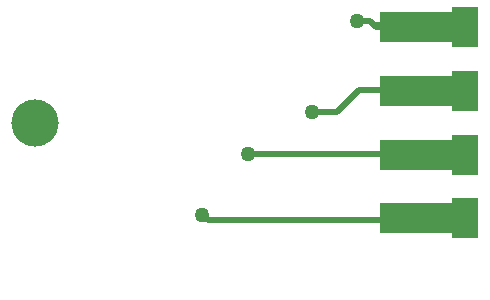
<source format=gtl>
G04*
G04 #@! TF.GenerationSoftware,Altium Limited,Altium Designer,18.0.7 (293)*
G04*
G04 Layer_Physical_Order=1*
G04 Layer_Color=255*
%FSLAX25Y25*%
%MOIN*%
G70*
G01*
G75*
%ADD11C,0.01000*%
%ADD13R,0.09055X0.13386*%
%ADD14R,0.33071X0.09843*%
%ADD19C,0.02000*%
%ADD20C,0.15748*%
%ADD21C,0.05000*%
G36*
X460236Y297598D02*
D01*
D02*
G37*
G36*
X449536Y313848D02*
D01*
D02*
G37*
G36*
X460236Y318858D02*
D01*
D02*
G37*
G36*
X449536Y335108D02*
D01*
D02*
G37*
G36*
X460236Y340118D02*
D01*
D02*
G37*
G36*
X449536Y356368D02*
D01*
D02*
G37*
G36*
X460236Y361378D02*
D01*
D02*
G37*
G36*
X449536Y377628D02*
D01*
D02*
G37*
D11*
X380500Y323600D02*
X380700Y323400D01*
X395700Y343900D02*
X396000D01*
D13*
X467917Y386221D02*
D03*
Y364961D02*
D03*
Y343701D02*
D03*
Y322441D02*
D03*
D14*
X455905Y386221D02*
D03*
Y364961D02*
D03*
Y343701D02*
D03*
Y322441D02*
D03*
D19*
X436850Y387835D02*
X438465Y386221D01*
X455905D01*
X380500Y323600D02*
X382368Y321732D01*
X467917D01*
X396000Y343900D02*
X467228D01*
X431260Y363760D02*
X432697Y365197D01*
X467917D01*
X436485Y388200D02*
X437756Y386929D01*
X467917D01*
X431900Y388200D02*
X436485D01*
X417100Y358000D02*
X425500D01*
X431400Y363900D01*
D20*
X324803Y354331D02*
D03*
D21*
X431900Y388200D02*
D03*
X417100Y358000D02*
D03*
X395700Y343900D02*
D03*
X380500Y323600D02*
D03*
M02*

</source>
